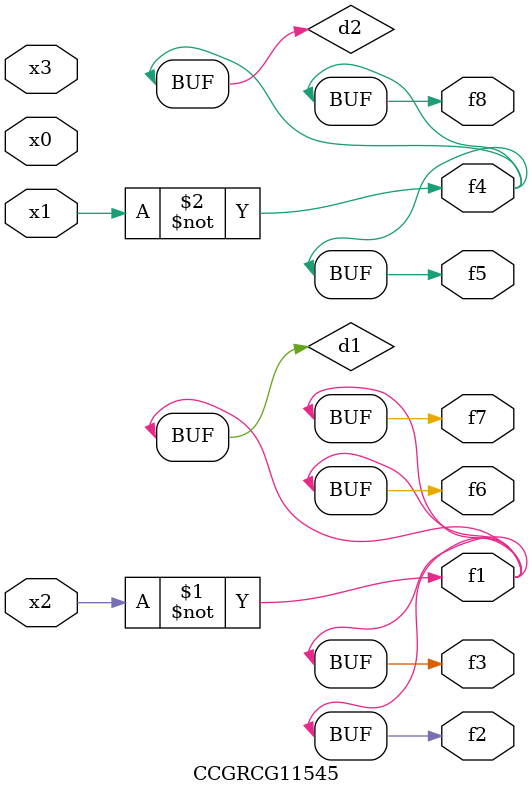
<source format=v>
module CCGRCG11545(
	input x0, x1, x2, x3,
	output f1, f2, f3, f4, f5, f6, f7, f8
);

	wire d1, d2;

	xnor (d1, x2);
	not (d2, x1);
	assign f1 = d1;
	assign f2 = d1;
	assign f3 = d1;
	assign f4 = d2;
	assign f5 = d2;
	assign f6 = d1;
	assign f7 = d1;
	assign f8 = d2;
endmodule

</source>
